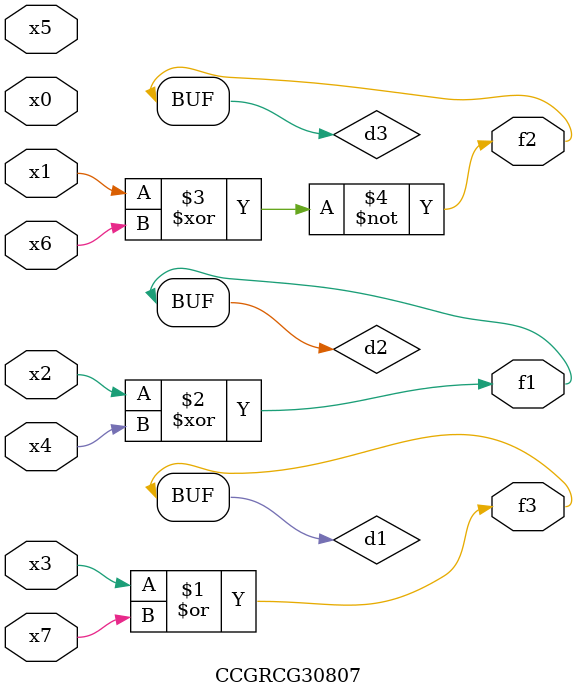
<source format=v>
module CCGRCG30807(
	input x0, x1, x2, x3, x4, x5, x6, x7,
	output f1, f2, f3
);

	wire d1, d2, d3;

	or (d1, x3, x7);
	xor (d2, x2, x4);
	xnor (d3, x1, x6);
	assign f1 = d2;
	assign f2 = d3;
	assign f3 = d1;
endmodule

</source>
